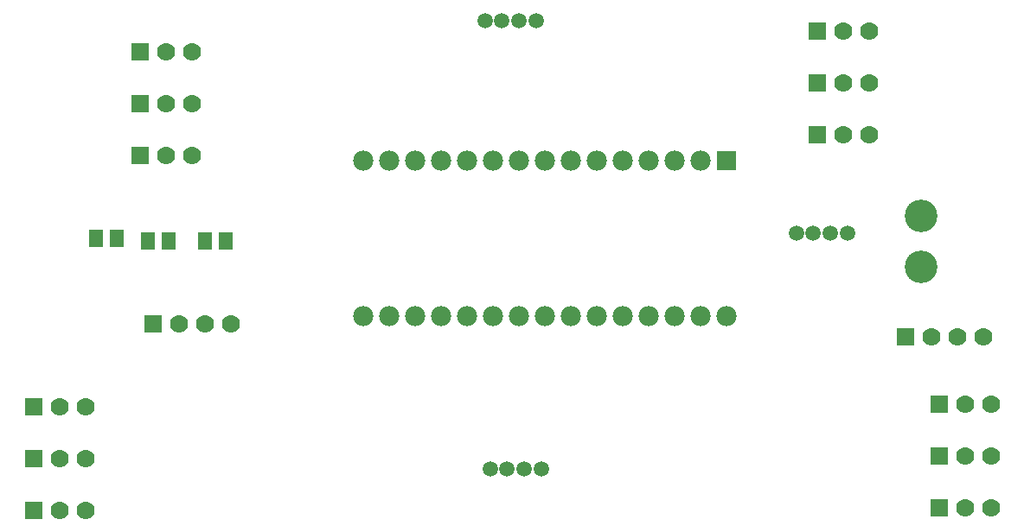
<source format=gts>
G04 ---------------------------- Layer name :TOP SOLDER LAYER*
G04 EasyEDA v5.5.11, Sun, 03 Jun 2018 10:16:40 GMT*
G04 422a67246ae34fc7a473e8fc002879eb*
G04 Gerber Generator version 0.2*
G04 Scale: 100 percent, Rotated: No, Reflected: No *
G04 Dimensions in millimeters *
G04 leading zeros omitted , absolute positions ,3 integer and 3 decimal *
%FSLAX33Y33*%
%MOMM*%
G90*
G71D02*

%ADD13R,1.363218X1.673098*%
%ADD14R,1.981200X1.981200*%
%ADD15C,1.981200*%
%ADD16R,1.778000X1.778000*%
%ADD17C,1.778000*%
%ADD18C,3.203194*%
%ADD19C,1.503197*%

%LPD*%
G54D14*
G01X71628Y52832D03*
G54D15*
G01X69088Y52832D03*
G01X66548Y52832D03*
G01X64008Y52832D03*
G01X61468Y52832D03*
G01X58928Y52832D03*
G01X56388Y52832D03*
G01X53848Y52832D03*
G01X51308Y52832D03*
G01X48768Y52832D03*
G01X46228Y52832D03*
G01X43688Y52832D03*
G01X41148Y52832D03*
G01X38608Y52832D03*
G01X36068Y52832D03*
G01X71628Y37592D03*
G01X69088Y37592D03*
G01X66548Y37592D03*
G01X64008Y37592D03*
G01X61468Y37592D03*
G01X58928Y37592D03*
G01X56388Y37592D03*
G01X53848Y37592D03*
G01X51308Y37592D03*
G01X48768Y37592D03*
G01X46228Y37592D03*
G01X43688Y37592D03*
G01X41148Y37592D03*
G01X38608Y37592D03*
G01X36068Y37592D03*
G54D16*
G01X89154Y35560D03*
G54D17*
G01X91694Y35560D03*
G01X94234Y35560D03*
G01X96774Y35560D03*
G54D16*
G01X15494Y36830D03*
G54D17*
G01X18034Y36830D03*
G01X20574Y36830D03*
G01X23114Y36830D03*
G01X8890Y28702D03*
G01X6350Y28702D03*
G54D16*
G01X3810Y28702D03*
G54D17*
G01X8890Y23622D03*
G01X6350Y23622D03*
G54D16*
G01X3810Y23622D03*
G54D17*
G01X8890Y18542D03*
G01X6350Y18542D03*
G54D16*
G01X3810Y18542D03*
G54D17*
G01X19304Y63500D03*
G01X16764Y63500D03*
G54D16*
G01X14224Y63500D03*
G54D17*
G01X19304Y58420D03*
G01X16764Y58420D03*
G54D16*
G01X14224Y58420D03*
G54D17*
G01X19304Y53340D03*
G01X16764Y53340D03*
G54D16*
G01X14224Y53340D03*
G54D17*
G01X97536Y28956D03*
G01X94996Y28956D03*
G54D16*
G01X92456Y28956D03*
G54D17*
G01X97536Y23876D03*
G01X94996Y23876D03*
G54D16*
G01X92456Y23876D03*
G54D17*
G01X97536Y18796D03*
G01X94996Y18796D03*
G54D16*
G01X92456Y18796D03*
G54D17*
G01X85598Y65532D03*
G01X83058Y65532D03*
G54D16*
G01X80518Y65532D03*
G54D17*
G01X85598Y60452D03*
G01X83058Y60452D03*
G54D16*
G01X80518Y60452D03*
G54D17*
G01X85598Y55372D03*
G01X83058Y55372D03*
G54D16*
G01X80518Y55372D03*
G54D18*
G01X90678Y42418D03*
G01X90678Y47416D03*
G54D13*
G01X20574Y44958D03*
G01X22606Y44958D03*
G01X14986Y44958D03*
G01X17018Y44958D03*
G01X9906Y45212D03*
G01X11938Y45212D03*
G54D19*
G01X53014Y66548D03*
G01X51308Y66548D03*
G01X49657Y66548D03*
G01X48016Y66548D03*
G01X53522Y22606D03*
G01X51816Y22606D03*
G01X50165Y22606D03*
G01X48524Y22606D03*
G01X83494Y45720D03*
G01X81788Y45720D03*
G01X80137Y45720D03*
G01X78496Y45720D03*
M00*
M02*

</source>
